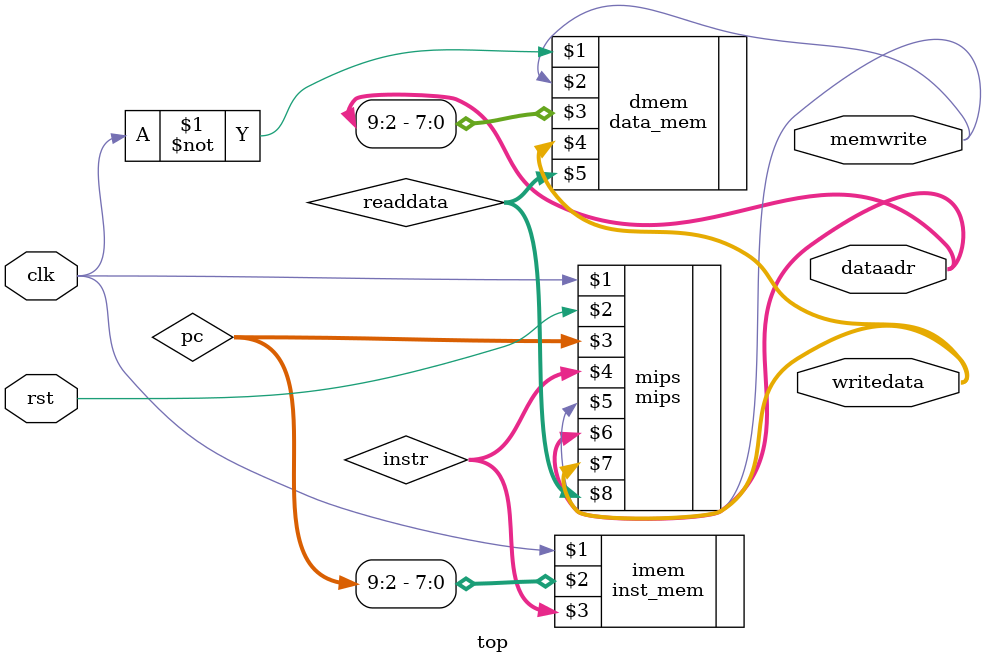
<source format=v>
`timescale 1ns / 1ps

module top(
	input wire clk,rst,
	output wire[31:0] writedata,dataadr,
	output wire memwrite
    );
	wire[31:0] pc,instr,readdata;
	mips mips(clk,rst,pc,instr,memwrite,dataadr,writedata,readdata);
    //create imem and dmem by yourself
	inst_mem imem(clk,pc[9:2],instr);
	data_mem dmem(~clk,memwrite,dataadr[9:2],writedata,readdata);
endmodule
</source>
